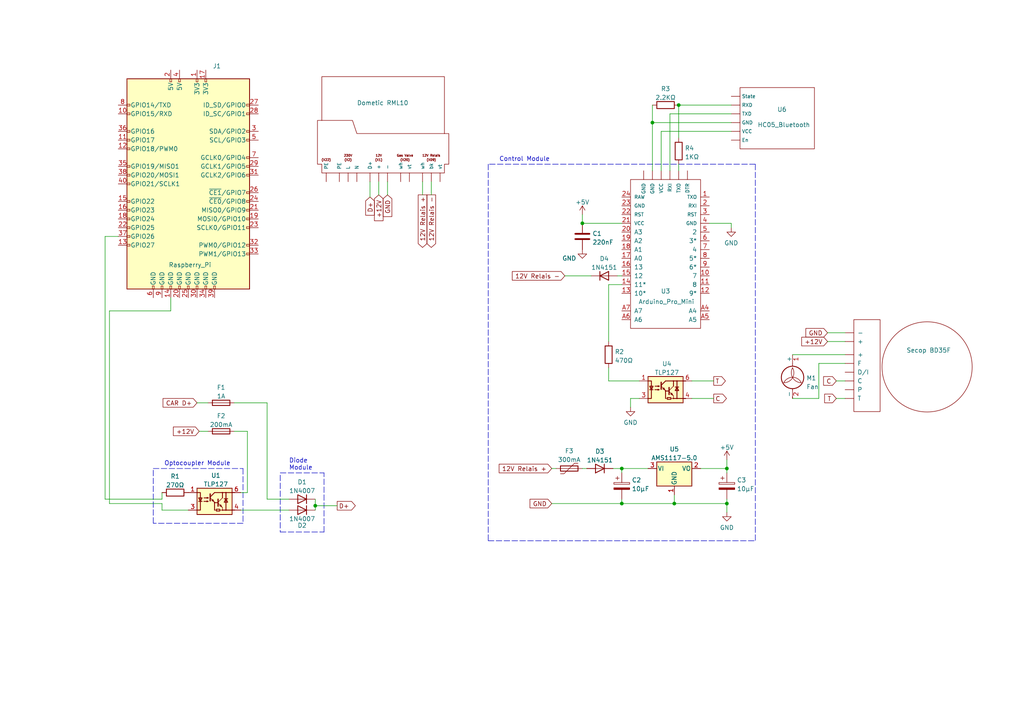
<source format=kicad_sch>
(kicad_sch (version 20211123) (generator eeschema)
  (paper "A4")
  (title_block (title "Secop BD35F Compressor Speed Controller") (date "2025-07-27") (company "Copyright (C) 2025, Karim Hraibi") (comment 1 "Enables variable speed control over 5 kHz PWM signal.") (comment 2 "to the thermostat input of the Secop BD35F compressor control unit.") (comment 3 "Adapts the 12V relais output of the Dometic RML10 absorber fridge"))
  (lib_symbols
    (symbol "Connector:Raspberry_Pi_2_3" (pin_names (offset 1.016))
      (property "Reference" "J" (at -17.78 31.75 0))
      (property "Value" "Raspberry_Pi_2_3" (at 10.16 -31.75 0))
      (symbol "Raspberry_Pi_2_3_0_1"
        (rectangle (start -17.78 30.48) (end 17.78 -30.48) (stroke (width 0.254)) (fill (type background)))
      )
      (symbol "Raspberry_Pi_2_3_1_1"
        (rectangle (start -16.891 -17.526) (end -17.78 -18.034))
        (rectangle (start -16.891 -14.986) (end -17.78 -15.494))
        (rectangle (start -16.891 -12.446) (end -17.78 -12.954))
        (rectangle (start -16.891 -9.906) (end -17.78 -10.414))
        (rectangle (start -16.891 -7.366) (end -17.78 -7.874))
        (rectangle (start -16.891 -4.826) (end -17.78 -5.334))
        (rectangle (start -16.891 0.254) (end -17.78 -0.254))
        (rectangle (start -16.891 2.794) (end -17.78 2.286))
        (rectangle (start -16.891 5.334) (end -17.78 4.826))
        (rectangle (start -16.891 10.414) (end -17.78 9.906))
        (rectangle (start -16.891 12.954) (end -17.78 12.446))
        (rectangle (start -16.891 15.494) (end -17.78 14.986))
        (rectangle (start -16.891 20.574) (end -17.78 20.066))
        (rectangle (start -16.891 23.114) (end -17.78 22.606))
        (rectangle (start -10.414 -29.591) (end -9.906 -30.48))
        (rectangle (start -7.874 -29.591) (end -7.366 -30.48))
        (rectangle (start -5.334 -29.591) (end -4.826 -30.48))
        (rectangle (start -5.334 30.48) (end -4.826 29.591))
        (rectangle (start -2.794 -29.591) (end -2.286 -30.48))
        (rectangle (start -2.794 30.48) (end -2.286 29.591))
        (rectangle (start -0.254 -29.591) (end 0.254 -30.48))
        (rectangle (start 2.286 -29.591) (end 2.794 -30.48))
        (rectangle (start 2.286 30.48) (end 2.794 29.591))
        (rectangle (start 4.826 -29.591) (end 5.334 -30.48))
        (rectangle (start 4.826 30.48) (end 5.334 29.591))
        (rectangle (start 7.366 -29.591) (end 7.874 -30.48))
        (rectangle (start 17.78 -20.066) (end 16.891 -20.574))
        (rectangle (start 17.78 -17.526) (end 16.891 -18.034))
        (rectangle (start 17.78 -12.446) (end 16.891 -12.954))
        (rectangle (start 17.78 -9.906) (end 16.891 -10.414))
        (rectangle (start 17.78 -7.366) (end 16.891 -7.874))
        (rectangle (start 17.78 -4.826) (end 16.891 -5.334))
        (rectangle (start 17.78 -2.286) (end 16.891 -2.794))
        (rectangle (start 17.78 2.794) (end 16.891 2.286))
        (rectangle (start 17.78 5.334) (end 16.891 4.826))
        (rectangle (start 17.78 7.874) (end 16.891 7.366))
        (rectangle (start 17.78 12.954) (end 16.891 12.446))
        (rectangle (start 17.78 15.494) (end 16.891 14.986))
        (rectangle (start 17.78 20.574) (end 16.891 20.066))
        (rectangle (start 17.78 23.114) (end 16.891 22.606))
        (pin power_in line (at 2.54 33.02 270) (length 2.54) (name "3V3") (number "1"))
        (pin bidirectional line (at -20.32 20.32 0) (length 2.54) (name "GPIO15/RXD") (number "10"))
        (pin bidirectional line (at -20.32 12.7 0) (length 2.54) (name "GPIO17") (number "11"))
        (pin bidirectional line (at -20.32 10.16 0) (length 2.54) (name "GPIO18/PWM0") (number "12"))
        (pin bidirectional line (at -20.32 -17.78 0) (length 2.54) (name "GPIO27") (number "13"))
        (pin power_in line (at -5.08 -33.02 90) (length 2.54) (name "GND") (number "14"))
        (pin bidirectional line (at -20.32 -5.08 0) (length 2.54) (name "GPIO22") (number "15"))
        (pin bidirectional line (at -20.32 -7.62 0) (length 2.54) (name "GPIO23") (number "16"))
        (pin power_in line (at 5.08 33.02 270) (length 2.54) (name "3V3") (number "17"))
        (pin bidirectional line (at -20.32 -10.16 0) (length 2.54) (name "GPIO24") (number "18"))
        (pin bidirectional line (at 20.32 -10.16 180) (length 2.54) (name "MOSI0/GPIO10") (number "19"))
        (pin power_in line (at -5.08 33.02 270) (length 2.54) (name "5V") (number "2"))
        (pin power_in line (at -2.54 -33.02 90) (length 2.54) (name "GND") (number "20"))
        (pin bidirectional line (at 20.32 -7.62 180) (length 2.54) (name "MISO0/GPIO9") (number "21"))
        (pin bidirectional line (at -20.32 -12.7 0) (length 2.54) (name "GPIO25") (number "22"))
        (pin bidirectional line (at 20.32 -12.7 180) (length 2.54) (name "SCLK0/GPIO11") (number "23"))
        (pin bidirectional line (at 20.32 -5.08 180) (length 2.54) (name "~{CE0}/GPIO8") (number "24"))
        (pin power_in line (at 0 -33.02 90) (length 2.54) (name "GND") (number "25"))
        (pin bidirectional line (at 20.32 -2.54 180) (length 2.54) (name "~{CE1}/GPIO7") (number "26"))
        (pin bidirectional line (at 20.32 22.86 180) (length 2.54) (name "ID_SD/GPIO0") (number "27"))
        (pin bidirectional line (at 20.32 20.32 180) (length 2.54) (name "ID_SC/GPIO1") (number "28"))
        (pin bidirectional line (at 20.32 5.08 180) (length 2.54) (name "GCLK1/GPIO5") (number "29"))
        (pin bidirectional line (at 20.32 15.24 180) (length 2.54) (name "SDA/GPIO2") (number "3"))
        (pin power_in line (at 2.54 -33.02 90) (length 2.54) (name "GND") (number "30"))
        (pin bidirectional line (at 20.32 2.54 180) (length 2.54) (name "GCLK2/GPIO6") (number "31"))
        (pin bidirectional line (at 20.32 -17.78 180) (length 2.54) (name "PWM0/GPIO12") (number "32"))
        (pin bidirectional line (at 20.32 -20.32 180) (length 2.54) (name "PWM1/GPIO13") (number "33"))
        (pin power_in line (at 5.08 -33.02 90) (length 2.54) (name "GND") (number "34"))
        (pin bidirectional line (at -20.32 5.08 0) (length 2.54) (name "GPIO19/MISO1") (number "35"))
        (pin bidirectional line (at -20.32 15.24 0) (length 2.54) (name "GPIO16") (number "36"))
        (pin bidirectional line (at -20.32 -15.24 0) (length 2.54) (name "GPIO26") (number "37"))
        (pin bidirectional line (at -20.32 2.54 0) (length 2.54) (name "GPIO20/MOSI1") (number "38"))
        (pin power_in line (at 7.62 -33.02 90) (length 2.54) (name "GND") (number "39"))
        (pin power_in line (at -2.54 33.02 270) (length 2.54) (name "5V") (number "4"))
        (pin bidirectional line (at -20.32 0 0) (length 2.54) (name "GPIO21/SCLK1") (number "40"))
        (pin bidirectional line (at 20.32 12.7 180) (length 2.54) (name "SCL/GPIO3") (number "5"))
        (pin power_in line (at -10.16 -33.02 90) (length 2.54) (name "GND") (number "6"))
        (pin bidirectional line (at 20.32 7.62 180) (length 2.54) (name "GCLK0/GPIO4") (number "7"))
        (pin bidirectional line (at -20.32 22.86 0) (length 2.54) (name "GPIO14/TXD") (number "8"))
        (pin power_in line (at -7.62 -33.02 90) (length 2.54) (name "GND") (number "9"))
      )
    )
    (symbol "Device:C" (pin_numbers hide) (pin_names (offset 0.254))
      (property "Reference" "C" (at 0.635 2.54 0))
      (property "Value" "C" (at 0.635 -2.54 0))
      (symbol "C_0_1"
        (polyline (pts (xy -2.032 -0.762) (xy 2.032 -0.762)) (stroke (width 0.508)))
        (polyline (pts (xy -2.032 0.762) (xy 2.032 0.762)) (stroke (width 0.508)))
      )
      (symbol "C_1_1"
        (pin passive line (at 0 3.81 270) (length 2.794) (name "~") (number "1"))
        (pin passive line (at 0 -3.81 90) (length 2.794) (name "~") (number "2"))
      )
    )
    (symbol "Device:C_Polarized" (pin_numbers hide) (pin_names (offset 0.254))
      (property "Reference" "C" (at 0.635 2.54 0))
      (property "Value" "C_Polarized" (at 0.635 -2.54 0))
      (symbol "C_Polarized_0_1"
        (rectangle (start -2.286 0.508) (end 2.286 1.016))
        (polyline (pts (xy -1.778 2.286) (xy -0.762 2.286)))
        (polyline (pts (xy -1.27 2.794) (xy -1.27 1.778)))
        (rectangle (start 2.286 -0.508) (end -2.286 -1.016) (fill (type outline)))
      )
      (symbol "C_Polarized_1_1"
        (pin passive line (at 0 3.81 270) (length 2.794) (name "~") (number "1"))
        (pin passive line (at 0 -3.81 90) (length 2.794) (name "~") (number "2"))
      )
    )
    (symbol "Device:Fuse" (pin_numbers hide) (pin_names (offset 0))
      (property "Reference" "F" (at 2.032 0 90))
      (property "Value" "Fuse" (at -1.905 0 90))
      (symbol "Fuse_0_1"
        (rectangle (start -0.762 -2.54) (end 0.762 2.54) (stroke (width 0.254)))
        (polyline (pts (xy 0 2.54) (xy 0 -2.54)))
      )
      (symbol "Fuse_1_1"
        (pin passive line (at 0 3.81 270) (length 1.27) (name "~") (number "1"))
        (pin passive line (at 0 -3.81 90) (length 1.27) (name "~") (number "2"))
      )
    )
    (symbol "Device:Polyfuse" (pin_numbers hide) (pin_names (offset 0))
      (property "Reference" "F" (at -2.54 0 90))
      (property "Value" "Polyfuse" (at 2.54 0 90))
      (symbol "Polyfuse_0_1"
        (rectangle (start -0.762 2.54) (end 0.762 -2.54) (stroke (width 0.254)))
        (polyline (pts (xy 0 2.54) (xy 0 -2.54)))
        (polyline (pts (xy -1.524 2.54) (xy -1.524 1.524) (xy 1.524 -1.524) (xy 1.524 -2.54)))
      )
      (symbol "Polyfuse_1_1"
        (pin passive line (at 0 3.81 270) (length 1.27) (name "~") (number "1"))
        (pin passive line (at 0 -3.81 90) (length 1.27) (name "~") (number "2"))
      )
    )
    (symbol "Device:R" (pin_numbers hide) (pin_names (offset 0))
      (property "Reference" "R" (at 2.032 0 90))
      (property "Value" "R" (at 0 0 90))
      (symbol "R_0_1"
        (rectangle (start -1.016 -2.54) (end 1.016 2.54) (stroke (width 0.254)))
      )
      (symbol "R_1_1"
        (pin passive line (at 0 3.81 270) (length 1.27) (name "~") (number "1"))
        (pin passive line (at 0 -3.81 90) (length 1.27) (name "~") (number "2"))
      )
    )
    (symbol "Diode:1N4007" (pin_numbers hide) (pin_names hide)
      (property "Reference" "D" (at 0 2.54 0))
      (property "Value" "1N4007" (at 0 -2.54 0))
      (symbol "1N4007_0_1"
        (polyline (pts (xy -1.27 1.27) (xy -1.27 -1.27)) (stroke (width 0.254)))
        (polyline (pts (xy 1.27 0) (xy -1.27 0)))
        (polyline (pts (xy 1.27 1.27) (xy 1.27 -1.27) (xy -1.27 0) (xy 1.27 1.27)) (stroke (width 0.254)))
      )
      (symbol "1N4007_1_1"
        (pin passive line (at -3.81 0 0) (length 2.54) (name "K") (number "1"))
        (pin passive line (at 3.81 0 180) (length 2.54) (name "A") (number "2"))
      )
    )
    (symbol "Diode:1N4151" (pin_numbers hide) (pin_names (offset 1.016) hide)
      (property "Reference" "D" (at 0 2.54 0))
      (property "Value" "1N4151" (at 0 -2.54 0))
      (symbol "1N4151_0_1"
        (polyline (pts (xy -1.27 1.27) (xy -1.27 -1.27)) (stroke (width 0.254)))
        (polyline (pts (xy 1.27 0) (xy -1.27 0)))
        (polyline (pts (xy 1.27 1.27) (xy 1.27 -1.27) (xy -1.27 0) (xy 1.27 1.27)) (stroke (width 0.254)))
      )
      (symbol "1N4151_1_1"
        (pin passive line (at -3.81 0 0) (length 2.54) (name "K") (number "1"))
        (pin passive line (at 3.81 0 180) (length 2.54) (name "A") (number "2"))
      )
    )
    (symbol "Isolator:TLP127" (pin_names (offset 1.016))
      (property "Reference" "U" (at -4.826 5.08 0))
      (property "Value" "TLP127" (at -5.207 -5.08 0))
      (symbol "TLP127_0_1"
        (rectangle (start -5.08 3.81) (end 5.08 -3.81) (stroke (width 0.254)) (fill (type background)))
        (rectangle (start 0 -2.54) (end 0.508 -2.54))
        (circle (center 0 -0.381) (radius 0.127))
        (rectangle (start 0 -0.254) (end 0 -2.54) (stroke (width 0.254)))
        (polyline (pts (xy -4.6228 0) (xy -3.6068 0)) (stroke (width 0.254)))
        (polyline (pts (xy -1.27 1.016) (xy 0 -0.254)))
        (polyline (pts (xy -1.27 1.27) (xy 0 2.54)) (stroke (width 0.254)))
        (polyline (pts (xy -1.27 2.159) (xy -1.27 0.127)) (stroke (width 0.3556)))
        (polyline (pts (xy 0 2.54) (xy 5.842 2.54)) (stroke (width 0.254)))
        (polyline (pts (xy 1.016 -0.508) (xy 2.286 -1.778)))
        (polyline (pts (xy 1.016 -0.381) (xy 0 -0.381)) (stroke (width 0.254)))
        (polyline (pts (xy 1.016 -0.254) (xy 2.286 1.016)))
        (polyline (pts (xy 2.286 -2.54) (xy 5.842 -2.54)) (stroke (width 0.254)))
        (polyline (pts (xy 2.286 -1.778) (xy 2.286 -2.54)))
        (polyline (pts (xy 2.286 1.016) (xy 2.286 2.54)) (stroke (width 0.254)))
        (polyline (pts (xy 2.794 0.762) (xy 3.81 0.762)) (stroke (width 0.254)))
        (polyline (pts (xy 3.302 -2.54) (xy 3.302 2.54)) (stroke (width 0.254)))
        (polyline (pts (xy 3.302 0.635) (xy 3.302 2.54)))
        (polyline (pts (xy 1.016 0.635) (xy 1.016 -1.397) (xy 1.016 -1.397)) (stroke (width 0.3556)))
        (polyline (pts (xy -5.08 2.54) (xy -4.1148 2.54) (xy -4.1148 -2.54) (xy -5.08 -2.54)) (stroke (width 0.254)))
        (polyline (pts (xy -4.1148 0) (xy -3.6068 1.016) (xy -4.6228 1.016) (xy -4.1148 0)) (stroke (width 0.254)))
        (polyline (pts (xy -0.254 0) (xy -0.508 0.508) (xy -0.762 0.254) (xy -0.254 0)) (stroke (width 0.254)))
        (polyline (pts (xy 2.032 -1.524) (xy 1.778 -1.016) (xy 1.524 -1.27) (xy 2.032 -1.524)) (stroke (width 0.254)))
        (polyline (pts (xy 3.302 0.762) (xy 2.794 -0.254) (xy 3.81 -0.254) (xy 3.302 0.762)) (stroke (width 0.254)))
        (polyline (pts (xy -3.0988 0) (xy -1.8288 0) (xy -2.2098 -0.127) (xy -2.2098 0.127) (xy -1.8288 0)) (stroke (width 0.254)))
        (polyline (pts (xy -3.048 1.016) (xy -1.778 1.016) (xy -2.159 0.889) (xy -2.159 1.143) (xy -1.778 1.016)) (stroke (width 0.254)))
        (rectangle (start 0.508 -2.286) (end 1.524 -2.794) (stroke (width 0.254)))
        (rectangle (start 1.524 -2.54) (end 2.286 -2.54))
        (circle (center 2.286 -2.54) (radius 0.127))
        (circle (center 2.286 2.54) (radius 0.127))
        (circle (center 3.302 -2.54) (radius 0.127))
        (circle (center 3.302 2.54) (radius 0.127))
      )
      (symbol "TLP127_1_1"
        (pin passive line (at -7.62 2.54 0) (length 2.54) (name "~") (number "1"))
        (pin passive line (at -7.62 -2.54 0) (length 2.54) (name "~") (number "3"))
        (pin passive line (at 7.62 -2.54 180) (length 2.54) (name "~") (number "4"))
        (pin open_collector line (at 7.62 2.54 180) (length 2.54) (name "~") (number "6"))
      )
    )
    (symbol "Motor:Fan" (pin_names (offset 0))
      (property "Reference" "M" (at 2.54 5.08 0))
      (property "Value" "Fan" (at 2.54 -2.54 0))
      (symbol "Fan_0_1"
        (arc (start -2.54 -0.508) (mid 0.0028 0.9121) (end 0 3.81))
        (polyline (pts (xy 0 -5.08) (xy 0 -4.572)))
        (polyline (pts (xy 0 -2.2352) (xy 0 -2.6416)))
        (polyline (pts (xy 0 4.2672) (xy 0 4.6228)))
        (polyline (pts (xy 0 4.572) (xy 0 5.08)))
        (circle (center 0 1.016) (radius 3.2512) (stroke (width 0.254)))
        (arc (start 0 3.81) (mid 0.053 0.921) (end 2.54 -0.508))
        (arc (start 2.54 -0.508) (mid 0 1.0618) (end -2.54 -0.508))
      )
      (symbol "Fan_1_1"
        (pin passive line (at 0 7.62 270) (length 2.54) (name "+") (number "1"))
        (pin passive line (at 0 -5.08 90) (length 2.54) (name "-") (number "2"))
      )
    )
    (symbol "Regulator_Linear:AMS1117-5.0" (pin_names (offset 0.254))
      (property "Reference" "U" (at -3.81 3.175 0))
      (property "Value" "AMS1117-5.0" (at 0 3.175 0))
      (symbol "AMS1117-5.0_0_1"
        (rectangle (start -5.08 -5.08) (end 5.08 1.905) (stroke (width 0.254)) (fill (type background)))
      )
      (symbol "AMS1117-5.0_1_1"
        (pin power_in line (at 0 -7.62 90) (length 2.54) (name "GND") (number "1"))
        (pin power_out line (at 7.62 0 180) (length 2.54) (name "VO") (number "2"))
        (pin power_in line (at -7.62 0 0) (length 2.54) (name "VI") (number "3"))
      )
    )
    (symbol "microfarad-de:Arduino_Pro_Mini" (pin_names (offset 1.016))
      (property "Reference" "U" (at 0 -10.16 0))
      (property "Value" "Arduino_Pro_Mini" (at 0 -12.7 0))
      (symbol "Arduino_Pro_Mini_0_1"
        (rectangle (start -10.16 22.86) (end 10.16 -20.32))
      )
      (symbol "Arduino_Pro_Mini_1_1"
        (pin output line (at -6.35 25.4 270) (length 2.54) (name "DTR") (number ""))
        (pin power_out line (at 3.81 25.4 270) (length 2.54) (name "GND") (number ""))
        (pin power_out line (at 6.35 25.4 270) (length 2.54) (name "GND") (number ""))
        (pin input line (at -1.27 25.4 270) (length 2.54) (name "RXI") (number ""))
        (pin output line (at -3.81 25.4 270) (length 2.54) (name "TXO") (number ""))
        (pin power_out line (at 1.27 25.4 270) (length 2.54) (name "VCC") (number ""))
        (pin bidirectional line (at -12.7 17.78 0) (length 2.54) (name "TXO") (number "1"))
        (pin bidirectional line (at -12.7 -5.08 0) (length 2.54) (name "7") (number "10"))
        (pin bidirectional line (at -12.7 -7.62 0) (length 2.54) (name "8") (number "11"))
        (pin bidirectional line (at -12.7 -10.16 0) (length 2.54) (name "9*") (number "12"))
        (pin bidirectional line (at 12.7 -10.16 180) (length 2.54) (name "10*") (number "13"))
        (pin bidirectional line (at 12.7 -7.62 180) (length 2.54) (name "11*") (number "14"))
        (pin bidirectional line (at 12.7 -5.08 180) (length 2.54) (name "12") (number "15"))
        (pin bidirectional line (at 12.7 -2.54 180) (length 2.54) (name "13") (number "16"))
        (pin bidirectional line (at 12.7 0 180) (length 2.54) (name "A0") (number "17"))
        (pin bidirectional line (at 12.7 2.54 180) (length 2.54) (name "A1") (number "18"))
        (pin bidirectional line (at 12.7 5.08 180) (length 2.54) (name "A2") (number "19"))
        (pin bidirectional line (at -12.7 15.24 0) (length 2.54) (name "RXI") (number "2"))
        (pin bidirectional line (at 12.7 7.62 180) (length 2.54) (name "A3") (number "20"))
        (pin power_in line (at 12.7 10.16 180) (length 2.54) (name "VCC") (number "21"))
        (pin input line (at 12.7 12.7 180) (length 2.54) (name "RST") (number "22"))
        (pin power_in line (at 12.7 15.24 180) (length 2.54) (name "GND") (number "23"))
        (pin power_in line (at 12.7 17.78 180) (length 2.54) (name "RAW") (number "24"))
        (pin input line (at -12.7 12.7 0) (length 2.54) (name "RST") (number "3"))
        (pin power_in line (at -12.7 10.16 0) (length 2.54) (name "GND") (number "4"))
        (pin bidirectional line (at -12.7 7.62 0) (length 2.54) (name "2") (number "5"))
        (pin bidirectional line (at -12.7 5.08 0) (length 2.54) (name "3*") (number "6"))
        (pin bidirectional line (at -12.7 2.54 0) (length 2.54) (name "4") (number "7"))
        (pin bidirectional line (at -12.7 0 0) (length 2.54) (name "5*") (number "8"))
        (pin bidirectional line (at -12.7 -2.54 0) (length 2.54) (name "6*") (number "9"))
        (pin bidirectional line (at -12.7 -15.24 0) (length 2.54) (name "A4") (number "A4"))
        (pin bidirectional line (at -12.7 -17.78 0) (length 2.54) (name "A5") (number "A5"))
        (pin bidirectional line (at 12.7 -17.78 180) (length 2.54) (name "A6") (number "A6"))
        (pin bidirectional line (at 12.7 -15.24 180) (length 2.54) (name "A7") (number "A7"))
      )
    )
    (symbol "microfarad-de:Dometic RML10" (pin_names (offset 1.016))
      (property "Value" "Dometic RML10" (at 2.54 10.16 0))
      (symbol "Dometic RML10_0_0"
        (text "(X09)" (at 16.51 -7.62 0) (effects (font (size 0.64 0.64))))
        (text "(X1)" (at 1.27 -7.62 0) (effects (font (size 0.64 0.64))))
        (text "(X2)" (at -7.62 -7.62 0) (effects (font (size 0.64 0.64))))
        (text "(X20)" (at 8.89 -7.62 0) (effects (font (size 0.64 0.64))))
        (text "(X22)" (at -13.97 -7.62 0) (effects (font (size 0.64 0.64))))
        (text "12V" (at 1.27 -6.35 0) (effects (font (size 0.64 0.64))))
        (text "12V Relais" (at 16.51 -6.35 0) (effects (font (size 0.64 0.64))))
        (text "230V" (at -7.62 -6.35 0) (effects (font (size 0.64 0.64))))
        (text "Gas Valve" (at 8.89 -6.35 0) (effects (font (size 0.64 0.64))))
      )
      (symbol "Dometic RML10_0_1"
        (polyline (pts (xy -15.24 3.81) (xy -15.24 16.51) (xy 20.32 16.51) (xy 20.32 0)) (stroke (width 0.1524)))
        (polyline (pts (xy -15.24 3.81) (xy -6.35 3.81) (xy -5.08 0) (xy 20.32 0)) (stroke (width 0.1524)))
        (polyline (pts (xy -15.24 3.81) (xy -16.51 3.81) (xy -16.51 -8.89) (xy -15.24 -8.89) (xy -15.24 -11.43) (xy 20.32 -11.43) (xy 20.32 -8.89) (xy 21.59 -8.89) (xy 21.59 0) (xy 20.32 0)) (stroke (width 0.1524)))
      )
      (symbol "Dometic RML10_1_1"
        (pin input line (at 1.27 -13.97 90) (length 2.54) (name "+") (number ""))
        (pin input line (at 3.81 -13.97 90) (length 2.54) (name "-") (number ""))
        (pin input line (at -1.27 -13.97 90) (length 2.54) (name "D+") (number ""))
        (pin input line (at -7.62 -13.97 90) (length 2.54) (name "L") (number ""))
        (pin input line (at -5.08 -13.97 90) (length 2.54) (name "N") (number ""))
        (pin input line (at -13.97 -13.97 90) (length 2.54) (name "PE") (number ""))
        (pin input line (at -10.16 -13.97 90) (length 2.54) (name "PE") (number ""))
        (pin output line (at 16.51 -13.97 90) (length 2.54) (name "bk") (number ""))
        (pin input line (at 10.16 -13.97 90) (length 2.54) (name "vt") (number ""))
        (pin input line (at 19.05 -13.97 90) (length 2.54) (name "vt") (number ""))
        (pin output line (at 7.62 -13.97 90) (length 2.54) (name "wh") (number ""))
        (pin output line (at 13.97 -13.97 90) (length 2.54) (name "wh") (number ""))
      )
    )
    (symbol "microfarad-de:HC05_Bluetooth"
      (property "Reference" "U" (at 0 13.97 0))
      (property "Value" "HC05_Bluetooth" (at 0 7.62 0))
      (symbol "HC05_Bluetooth_0_1"
        (polyline (pts (xy -8.89 11.43) (xy 8.89 11.43) (xy 8.89 -10.16) (xy -8.89 -10.16) (xy -8.89 11.43)))
      )
      (symbol "HC05_Bluetooth_1_1"
        (pin input line (at 6.35 -12.7 90) (length 2.54) (name "En") (number ""))
        (pin input line (at 1.27 -12.7 90) (length 2.54) (name "GND") (number ""))
        (pin input line (at -3.81 -12.7 90) (length 2.54) (name "RXD") (number ""))
        (pin output line (at -6.35 -12.7 90) (length 2.54) (name "State") (number ""))
        (pin output line (at -1.27 -12.7 90) (length 2.54) (name "TXD") (number ""))
        (pin input line (at 3.81 -12.7 90) (length 2.54) (name "VCC") (number ""))
      )
    )
    (symbol "microfarad-de:Isotherm" (pin_names (offset 1.016))
      (property "Value" "Isotherm" (at 1.27 17.78 0))
      (symbol "Isotherm_0_1"
        (rectangle (start -12.7 15.24) (end -5.08 -11.43))
        (circle (center 8.5441 1.5372) (radius 13.0755) (stroke (width 0.1524)))
      )
      (symbol "Isotherm_1_1"
        (pin input line (at -15.24 5.08 0) (length 2.54) (name "+") (number ""))
        (pin input line (at -15.24 8.89 0) (length 2.54) (name "+") (number ""))
        (pin input line (at -15.24 11.43 0) (length 2.54) (name "-") (number ""))
        (pin input line (at -15.24 -2.54 0) (length 2.54) (name "C") (number ""))
        (pin input line (at -15.24 0 0) (length 2.54) (name "D/I") (number ""))
        (pin input line (at -15.24 2.54 0) (length 2.54) (name "F") (number ""))
        (pin input line (at -15.24 -5.08 0) (length 2.54) (name "P") (number ""))
        (pin input line (at -15.24 -7.62 0) (length 2.54) (name "T") (number ""))
      )
    )
    (symbol "power:+5V" (power) (pin_names (offset 0))
      (property "Value" "+5V" (at 0 3.556 0))
      (symbol "+5V_0_1"
        (polyline (pts (xy -0.762 1.27) (xy 0 2.54)))
        (polyline (pts (xy 0 0) (xy 0 2.54)))
        (polyline (pts (xy 0 2.54) (xy 0.762 1.27)))
      )
      (symbol "+5V_1_1"
        (pin power_in line (at 0 0 90) (length 0) hide (name "+5V") (number "1"))
      )
    )
    (symbol "power:GND" (power) (pin_names (offset 0))
      (property "Value" "GND" (at 0 -3.81 0))
      (symbol "GND_0_1"
        (polyline (pts (xy 0 0) (xy 0 -1.27) (xy 1.27 -1.27) (xy 0 -2.54) (xy -1.27 -1.27) (xy 0 -1.27)))
      )
      (symbol "GND_1_1"
        (pin power_in line (at 0 0 270) (length 0) hide (name "GND") (number "1"))
      )
    )
  )
  (junction (at 180.34 146.05))
  (junction (at 195.58 146.05))
  (junction (at 210.82 135.89))
  (junction (at 196.85 30.48))
  (junction (at 180.34 135.89))
  (junction (at 189.23 35.56))
  (junction (at 91.44 146.685))
  (junction (at 210.82 146.05))
  (junction (at 168.91 64.77))
  (wire (pts (xy 196.85 47.625) (xy 196.85 49.53)))
  (wire (pts (xy 242.57 110.49) (xy 245.11 110.49)))
  (wire (pts (xy 168.91 135.89) (xy 170.18 135.89)))
  (wire (pts (xy 31.75 146.05) (xy 46.99 146.05)))
  (wire (pts (xy 49.53 90.17) (xy 31.75 90.17)))
  (wire (pts (xy 46.99 146.05) (xy 46.99 147.955)))
  (wire (pts (xy 242.57 115.57) (xy 245.11 115.57)))
  (wire (pts (xy 194.31 33.02) (xy 194.31 49.53)))
  (wire (pts (xy 30.48 68.58) (xy 30.48 144.78)))
  (wire (pts (xy 77.47 116.84) (xy 77.47 144.78)))
  (wire (pts (xy 191.77 38.1) (xy 212.09 38.1)))
  (polyline (pts (xy 141.605 156.845) (xy 219.075 156.845)))
  (polyline (pts (xy 219.075 47.625) (xy 141.605 47.625)))
  (wire (pts (xy 176.53 110.49) (xy 176.53 106.68)))
  (wire (pts (xy 205.74 64.77) (xy 212.09 64.77)))
  (polyline (pts (xy 70.485 151.765) (xy 44.45 151.765)))
  (wire (pts (xy 229.87 115.57) (xy 237.49 115.57)))
  (wire (pts (xy 212.09 33.02) (xy 194.31 33.02)))
  (wire (pts (xy 176.53 82.55) (xy 180.34 82.55)))
  (wire (pts (xy 160.02 146.05) (xy 180.34 146.05)))
  (wire (pts (xy 189.23 35.56) (xy 212.09 35.56)))
  (wire (pts (xy 77.47 144.78) (xy 83.82 144.78)))
  (wire (pts (xy 200.66 115.57) (xy 207.01 115.57)))
  (wire (pts (xy 67.945 125.095) (xy 71.755 125.095)))
  (wire (pts (xy 200.66 110.49) (xy 207.01 110.49)))
  (wire (pts (xy 177.8 135.89) (xy 180.34 135.89)))
  (polyline (pts (xy 219.075 47.625) (xy 219.075 156.845)))
  (wire (pts (xy 210.82 146.05) (xy 210.82 148.59)))
  (wire (pts (xy 160.02 135.89) (xy 161.29 135.89)))
  (polyline (pts (xy 81.28 137.795) (xy 81.28 154.305)))
  (wire (pts (xy 109.855 52.705) (xy 109.855 56.515)))
  (wire (pts (xy 180.34 144.78) (xy 180.34 146.05)))
  (wire (pts (xy 67.945 116.84) (xy 77.47 116.84)))
  (wire (pts (xy 212.09 64.77) (xy 212.09 66.04)))
  (wire (pts (xy 196.85 30.48) (xy 212.09 30.48)))
  (polyline (pts (xy 141.605 47.625) (xy 141.605 156.845)))
  (wire (pts (xy 180.34 135.89) (xy 187.96 135.89)))
  (wire (pts (xy 229.87 102.87) (xy 245.11 102.87)))
  (polyline (pts (xy 44.45 151.765) (xy 44.45 135.89)))
  (wire (pts (xy 210.82 144.78) (xy 210.82 146.05)))
  (polyline (pts (xy 44.45 135.89) (xy 70.485 135.89)))
  (wire (pts (xy 34.29 68.58) (xy 30.48 68.58)))
  (wire (pts (xy 112.395 52.705) (xy 112.395 56.515)))
  (wire (pts (xy 49.53 86.36) (xy 49.53 90.17)))
  (wire (pts (xy 57.785 125.095) (xy 60.325 125.095)))
  (wire (pts (xy 195.58 143.51) (xy 195.58 146.05)))
  (polyline (pts (xy 93.98 154.305) (xy 93.98 137.16)))
  (wire (pts (xy 210.82 135.89) (xy 210.82 137.16)))
  (wire (pts (xy 176.53 110.49) (xy 185.42 110.49)))
  (wire (pts (xy 240.03 99.06) (xy 245.11 99.06)))
  (wire (pts (xy 191.77 49.53) (xy 191.77 38.1)))
  (wire (pts (xy 182.88 115.57) (xy 185.42 115.57)))
  (wire (pts (xy 203.2 135.89) (xy 210.82 135.89)))
  (wire (pts (xy 189.23 49.53) (xy 189.23 35.56)))
  (wire (pts (xy 180.34 80.01) (xy 179.07 80.01)))
  (wire (pts (xy 69.85 142.875) (xy 71.755 142.875)))
  (wire (pts (xy 91.44 146.685) (xy 97.79 146.685)))
  (wire (pts (xy 122.555 52.705) (xy 122.555 56.515)))
  (wire (pts (xy 71.755 125.095) (xy 71.755 142.875)))
  (wire (pts (xy 107.315 52.705) (xy 107.315 57.15)))
  (wire (pts (xy 210.82 133.35) (xy 210.82 135.89)))
  (wire (pts (xy 69.85 147.955) (xy 83.82 147.955)))
  (polyline (pts (xy 81.28 154.305) (xy 93.98 154.305)))
  (wire (pts (xy 168.91 64.77) (xy 180.34 64.77)))
  (wire (pts (xy 31.75 90.17) (xy 31.75 146.05)))
  (wire (pts (xy 189.23 30.48) (xy 189.23 35.56)))
  (wire (pts (xy 180.34 146.05) (xy 195.58 146.05)))
  (wire (pts (xy 57.15 116.84) (xy 60.325 116.84)))
  (wire (pts (xy 237.49 105.41) (xy 245.11 105.41)))
  (wire (pts (xy 171.45 80.01) (xy 163.83 80.01)))
  (wire (pts (xy 176.53 82.55) (xy 176.53 99.06)))
  (wire (pts (xy 91.44 146.685) (xy 91.44 147.955)))
  (polyline (pts (xy 70.485 135.89) (xy 70.485 151.765)))
  (wire (pts (xy 46.99 144.78) (xy 30.48 144.78)))
  (wire (pts (xy 180.34 137.16) (xy 180.34 135.89)))
  (wire (pts (xy 196.85 30.48) (xy 196.85 40.005)))
  (wire (pts (xy 240.03 96.52) (xy 245.11 96.52)))
  (wire (pts (xy 46.99 142.875) (xy 46.99 144.78)))
  (wire (pts (xy 46.99 147.955) (xy 54.61 147.955)))
  (wire (pts (xy 210.82 146.05) (xy 195.58 146.05)))
  (wire (pts (xy 237.49 115.57) (xy 237.49 105.41)))
  (wire (pts (xy 168.91 62.23) (xy 168.91 64.77)))
  (polyline (pts (xy 81.28 137.16) (xy 93.98 137.16)))
  (wire (pts (xy 182.88 118.11) (xy 182.88 115.57)))
  (wire (pts (xy 125.095 52.705) (xy 125.095 56.515)))
  (wire (pts (xy 91.44 144.78) (xy 91.44 146.685)))
  (text "Diode\nModule" (at 83.82 136.525 0) (effects (font (size 1.27 1.27)) (justify left bottom)))
  (text "Control Module" (at 144.78 46.99 0) (effects (font (size 1.27 1.27)) (justify left bottom)))
  (text "Optocoupler Module" (at 47.625 135.255 0) (effects (font (size 1.27 1.27)) (justify left bottom)))
  (global_label "+12V" (shape input) (at 109.855 56.515 270) (property "Intersheet References" "${INTERSHEET_REFS}" (effects hide)))
  (global_label "+12V" (shape input) (at 240.03 99.06 180) (property "Intersheet References" "${INTERSHEET_REFS}" (effects hide)))
  (global_label "T" (shape output) (at 207.01 110.49 0) (property "Intersheet References" "${INTERSHEET_REFS}" (effects hide)))
  (global_label "GND" (shape input) (at 240.03 96.52 180) (property "Intersheet References" "${INTERSHEET_REFS}" (effects hide)))
  (global_label "12V Relais +" (shape input) (at 160.02 135.89 180) (property "Intersheet References" "${INTERSHEET_REFS}" (effects hide)))
  (global_label "12V Relais -" (shape output) (at 125.095 56.515 270) (property "Intersheet References" "${INTERSHEET_REFS}" (effects hide)))
  (global_label "C" (shape output) (at 207.01 115.57 0) (property "Intersheet References" "${INTERSHEET_REFS}" (effects hide)))
  (global_label "D+" (shape output) (at 97.79 146.685 0) (property "Intersheet References" "${INTERSHEET_REFS}" (effects hide)))
  (global_label "GND" (shape input) (at 160.02 146.05 180) (property "Intersheet References" "${INTERSHEET_REFS}" (effects hide)))
  (global_label "12V Relais +" (shape output) (at 122.555 56.515 270) (property "Intersheet References" "${INTERSHEET_REFS}" (effects hide)))
  (global_label "12V Relais -" (shape input) (at 163.83 80.01 180) (property "Intersheet References" "${INTERSHEET_REFS}" (effects hide)))
  (global_label "D+" (shape input) (at 107.315 57.15 270) (property "Intersheet References" "${INTERSHEET_REFS}" (effects hide)))
  (global_label "C" (shape input) (at 242.57 110.49 180) (property "Intersheet References" "${INTERSHEET_REFS}" (effects hide)))
  (global_label "CAR D+" (shape input) (at 57.15 116.84 180) (property "Intersheet References" "${INTERSHEET_REFS}" (effects hide)))
  (global_label "+12V" (shape input) (at 57.785 125.095 180) (property "Intersheet References" "${INTERSHEET_REFS}" (effects hide)))
  (global_label "T" (shape input) (at 242.57 115.57 180) (property "Intersheet References" "${INTERSHEET_REFS}" (effects hide)))
  (global_label "GND" (shape input) (at 112.395 56.515 270) (property "Intersheet References" "${INTERSHEET_REFS}" (effects hide)))
  (symbol (lib_id "Device:Fuse") (at 64.135 125.095 270) (unit 1)
    (property "Reference" "F2" (at 64.135 120.6332 90))
    (property "Value" "200mA" (at 64.135 123.1701 90))
  )
  (symbol (lib_id "Device:Fuse") (at 64.135 116.84 270) (unit 1)
    (property "Reference" "F1" (at 64.135 112.3782 90))
    (property "Value" "1A" (at 64.135 114.9151 90))
  )
  (symbol (lib_id "Device:C") (at 168.91 68.58 0) (unit 1)
    (property "Reference" "C1" (at 171.831 67.7453 0) (effects (justify left)))
    (property "Value" "220nF" (at 171.831 70.2822 0) (effects (justify left)))
  )
  (symbol (lib_id "Connector:Raspberry_Pi_2_3") (at 54.61 53.34 0) (unit 1)
    (property "Reference" "J1" (at 61.7094 19.1602 0) (effects (justify left)))
    (property "Value" "Raspberry_Pi" (at 48.895 76.835 0) (effects (justify left)))
    (property "Datasheet" "https://www.raspberrypi.org/documentation/hardware/raspberrypi/schematics/rpi_SCH_3bplus_1p0_reduced.pdf" (effects hide))
  )
  (symbol (lib_id "Device:R") (at 176.53 102.87 180) (unit 1)
    (property "Reference" "R2" (at 178.308 102.0353 0) (effects (justify right)))
    (property "Value" "470Ω" (at 178.308 104.5722 0) (effects (justify right)))
  )
  (symbol (lib_id "Isolator:TLP127") (at 62.23 145.415 0) (unit 1)
    (property "Reference" "U1" (at 62.611 137.9052 0))
    (property "Value" "TLP127" (at 62.611 140.4421 0))
    (property "Footprint" "Package_SO:MFSOP6-4_4.4x3.6mm_P1.27mm" (effects hide))
    (property "Datasheet" "https://toshiba.semicon-storage.com/info/docget.jsp?did=16902&prodName=TLP127" (effects hide))
  )
  (symbol (lib_id "Device:Polyfuse") (at 165.1 135.89 90) (unit 1)
    (property "Reference" "F3" (at 165.1 130.7932 90))
    (property "Value" "300mA" (at 165.1 133.3301 90))
  )
  (symbol (lib_id "power:GND") (at 182.88 118.11 0) (unit 1)
    (property "Reference" "#PWR03" (effects hide))
    (property "Value" "GND" (at 182.88 122.5534 0))
  )
  (symbol (lib_id "Diode:1N4151") (at 175.26 80.01 0) (unit 1)
    (property "Reference" "D4" (at 175.26 75.0402 0))
    (property "Value" "1N4151" (at 175.26 77.5771 0))
    (property "Footprint" "Diode_THT:D_DO-35_SOD27_P7.62mm_Horizontal" (effects hide))
    (property "Datasheet" "http://www.microsemi.com/document-portal/doc_view/11580-lds-0239" (effects hide))
  )
  (symbol (lib_id "microfarad-de:HC05_Bluetooth") (at 224.79 34.29 270) (unit 1)
    (property "Reference" "U6" (at 225.425 31.75 90) (effects (justify left)))
    (property "Value" "HC05_Bluetooth" (at 219.71 36.195 90) (effects (justify left)))
  )
  (symbol (lib_id "Device:R") (at 50.8 142.875 270) (unit 1)
    (property "Reference" "R1" (at 50.8 138.1592 90))
    (property "Value" "270Ω" (at 50.8 140.6961 90))
  )
  (symbol (lib_id "Device:R") (at 196.85 43.815 180) (unit 1)
    (property "Reference" "R4" (at 198.628 42.9803 0) (effects (justify right)))
    (property "Value" "1KΩ" (at 198.628 45.5172 0) (effects (justify right)))
  )
  (symbol (lib_id "Isolator:TLP127") (at 193.04 113.03 0) (unit 1)
    (property "Reference" "U4" (at 193.421 105.5202 0))
    (property "Value" "TLP127" (at 193.421 108.0571 0))
    (property "Footprint" "Package_SO:MFSOP6-4_4.4x3.6mm_P1.27mm" (effects hide))
    (property "Datasheet" "https://toshiba.semicon-storage.com/info/docget.jsp?did=16902&prodName=TLP127" (effects hide))
  )
  (symbol (lib_id "microfarad-de:Isotherm") (at 260.35 107.95 0) (unit 1)
    (property "Reference" "U7" (effects hide))
    (property "Value" "Secop BD35F" (at 262.89 101.6 0) (effects (justify left)))
  )
  (symbol (lib_id "Device:C_Polarized") (at 180.34 140.97 0) (unit 1)
    (property "Reference" "C2" (at 183.261 139.2463 0) (effects (justify left)))
    (property "Value" "10µF" (at 183.261 141.7832 0) (effects (justify left)))
  )
  (symbol (lib_id "Diode:1N4007") (at 87.63 147.955 180) (unit 1)
    (property "Reference" "D2" (at 87.63 152.4 0))
    (property "Value" "1N4007" (at 87.63 150.495 0))
    (property "Footprint" "Diode_THT:D_DO-41_SOD81_P10.16mm_Horizontal" (effects hide))
    (property "Datasheet" "http://www.vishay.com/docs/88503/1n4001.pdf" (effects hide))
  )
  (symbol (lib_id "power:GND") (at 212.09 66.04 0) (unit 1)
    (property "Reference" "#PWR06" (effects hide))
    (property "Value" "GND" (at 212.09 70.4834 0))
  )
  (symbol (lib_id "power:+5V") (at 168.91 62.23 0) (unit 1)
    (property "Reference" "#PWR01" (effects hide))
    (property "Value" "+5V" (at 168.91 58.6542 0))
  )
  (symbol (lib_id "Diode:1N4151") (at 173.99 135.89 180) (unit 1)
    (property "Reference" "D3" (at 173.99 130.9202 0))
    (property "Value" "1N4151" (at 173.99 133.4571 0))
    (property "Footprint" "Diode_THT:D_DO-35_SOD27_P7.62mm_Horizontal" (effects hide))
    (property "Datasheet" "http://www.microsemi.com/document-portal/doc_view/11580-lds-0239" (effects hide))
  )
  (symbol (lib_id "power:GND") (at 168.91 72.39 0) (unit 1)
    (property "Reference" "#PWR02" (effects hide))
    (property "Value" "GND" (at 165.1 74.93 0))
  )
  (symbol (lib_id "Device:C_Polarized") (at 210.82 140.97 0) (unit 1)
    (property "Reference" "C3" (at 213.741 139.2463 0) (effects (justify left)))
    (property "Value" "10µF" (at 213.741 141.7832 0) (effects (justify left)))
  )
  (symbol (lib_id "Regulator_Linear:AMS1117-5.0") (at 195.58 135.89 0) (unit 1)
    (property "Reference" "U5" (at 195.58 130.2852 0))
    (property "Value" "AMS1117-5.0" (at 195.58 132.8221 0))
    (property "Footprint" "Package_TO_SOT_SMD:SOT-223-3_TabPin2" (effects hide))
    (property "Datasheet" "http://www.advanced-monolithic.com/pdf/ds1117.pdf" (effects hide))
  )
  (symbol (lib_id "Device:R") (at 193.04 30.48 270) (unit 1)
    (property "Reference" "R3" (at 193.04 25.7642 90))
    (property "Value" "2.2KΩ" (at 193.04 28.3011 90))
  )
  (symbol (lib_id "Motor:Fan") (at 229.87 110.49 0) (unit 1)
    (property "Reference" "M1" (at 233.8832 109.6553 0) (effects (justify left)))
    (property "Value" "Fan" (at 233.8832 112.1922 0) (effects (justify left)))
  )
  (symbol (lib_id "Diode:1N4007") (at 87.63 144.78 180) (unit 1)
    (property "Reference" "D1" (at 87.63 139.8102 0))
    (property "Value" "1N4007" (at 87.63 142.3471 0))
    (property "Footprint" "Diode_THT:D_DO-41_SOD81_P10.16mm_Horizontal" (effects hide))
    (property "Datasheet" "http://www.vishay.com/docs/88503/1n4001.pdf" (effects hide))
  )
  (symbol (lib_id "microfarad-de:Arduino_Pro_Mini") (at 193.04 74.93 0) (mirror y) (unit 1)
    (property "Reference" "U3" (at 193.04 84.455 0))
    (property "Value" "Arduino_Pro_Mini" (at 193.294 87.503 0))
  )
  (symbol (lib_id "power:GND") (at 210.82 148.59 0) (unit 1)
    (property "Reference" "#PWR05" (effects hide))
    (property "Value" "GND" (at 210.82 153.0334 0))
  )
  (symbol (lib_id "power:+5V") (at 210.82 133.35 0) (unit 1)
    (property "Reference" "#PWR04" (effects hide))
    (property "Value" "+5V" (at 210.82 129.7742 0))
  )
  (symbol (lib_id "microfarad-de:Dometic RML10") (at 108.585 38.735 0) (unit 1)
    (property "Reference" "U2" (effects hide))
    (property "Value" "Dometic RML10" (at 103.505 29.845 0) (effects (justify left)))
  )
)
</source>
